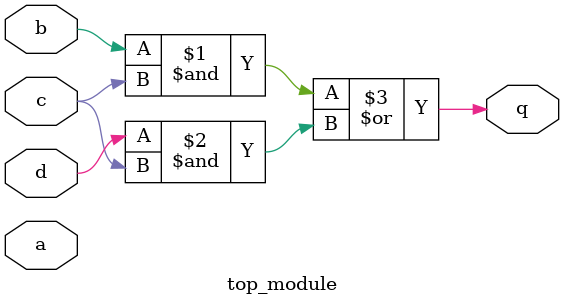
<source format=sv>
module top_module (
    input a, 
    input b, 
    input c, 
    input d,
    output q
);

    assign q = (b & c) | (d & c);

endmodule

</source>
